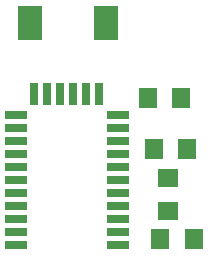
<source format=gbr>
G04 EAGLE Gerber RS-274X export*
G75*
%MOMM*%
%FSLAX34Y34*%
%LPD*%
%INSolderpaste Top*%
%IPPOS*%
%AMOC8*
5,1,8,0,0,1.08239X$1,22.5*%
G01*
%ADD10R,1.940000X0.700000*%
%ADD11R,0.700000X1.940000*%
%ADD12R,1.600000X1.800000*%
%ADD13R,1.800000X1.600000*%
%ADD14R,1.600000X1.803000*%
%ADD15R,2.000000X3.000000*%


D10*
X176550Y15740D03*
X176550Y26740D03*
X176550Y37740D03*
X176550Y48740D03*
X176550Y59740D03*
X176550Y70740D03*
X176550Y81740D03*
X176550Y92740D03*
X176550Y103740D03*
X176550Y114740D03*
X176550Y125740D03*
X90150Y125740D03*
X90150Y114740D03*
X90150Y103740D03*
X90150Y92740D03*
X90150Y81740D03*
X90150Y70740D03*
X90150Y59740D03*
X90150Y48740D03*
X90150Y37740D03*
X90150Y26740D03*
X90150Y15740D03*
D11*
X160350Y143440D03*
X149350Y143440D03*
X138350Y143440D03*
X127350Y143440D03*
X116350Y143440D03*
X105350Y143440D03*
D12*
X201900Y139700D03*
X229900Y139700D03*
X206980Y96520D03*
X234980Y96520D03*
D13*
X218440Y72420D03*
X218440Y44420D03*
D14*
X240280Y20320D03*
X211840Y20320D03*
D15*
X101600Y203200D03*
X165600Y203200D03*
M02*

</source>
